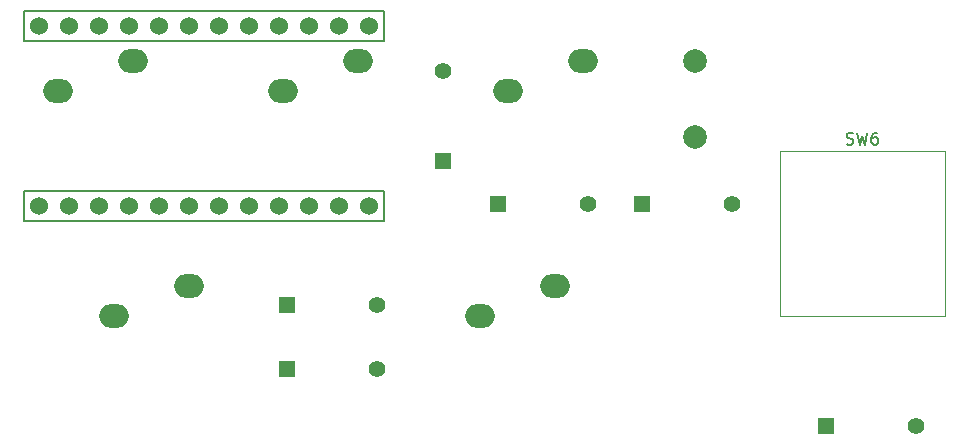
<source format=gto>
G04 #@! TF.GenerationSoftware,KiCad,Pcbnew,(7.0.0)*
G04 #@! TF.CreationDate,2023-09-07T17:01:30+09:00*
G04 #@! TF.ProjectId,iso6,69736f36-2e6b-4696-9361-645f70636258,rev?*
G04 #@! TF.SameCoordinates,Original*
G04 #@! TF.FileFunction,Legend,Top*
G04 #@! TF.FilePolarity,Positive*
%FSLAX46Y46*%
G04 Gerber Fmt 4.6, Leading zero omitted, Abs format (unit mm)*
G04 Created by KiCad (PCBNEW (7.0.0)) date 2023-09-07 17:01:30*
%MOMM*%
%LPD*%
G01*
G04 APERTURE LIST*
%ADD10C,0.150000*%
%ADD11C,0.120000*%
%ADD12R,1.397000X1.397000*%
%ADD13C,1.397000*%
%ADD14C,2.000000*%
%ADD15C,1.524000*%
%ADD16O,2.500000X2.000000*%
G04 APERTURE END LIST*
D10*
X119966667Y-47545761D02*
X120109524Y-47593380D01*
X120109524Y-47593380D02*
X120347619Y-47593380D01*
X120347619Y-47593380D02*
X120442857Y-47545761D01*
X120442857Y-47545761D02*
X120490476Y-47498142D01*
X120490476Y-47498142D02*
X120538095Y-47402904D01*
X120538095Y-47402904D02*
X120538095Y-47307666D01*
X120538095Y-47307666D02*
X120490476Y-47212428D01*
X120490476Y-47212428D02*
X120442857Y-47164809D01*
X120442857Y-47164809D02*
X120347619Y-47117190D01*
X120347619Y-47117190D02*
X120157143Y-47069571D01*
X120157143Y-47069571D02*
X120061905Y-47021952D01*
X120061905Y-47021952D02*
X120014286Y-46974333D01*
X120014286Y-46974333D02*
X119966667Y-46879095D01*
X119966667Y-46879095D02*
X119966667Y-46783857D01*
X119966667Y-46783857D02*
X120014286Y-46688619D01*
X120014286Y-46688619D02*
X120061905Y-46641000D01*
X120061905Y-46641000D02*
X120157143Y-46593380D01*
X120157143Y-46593380D02*
X120395238Y-46593380D01*
X120395238Y-46593380D02*
X120538095Y-46641000D01*
X120871429Y-46593380D02*
X121109524Y-47593380D01*
X121109524Y-47593380D02*
X121300000Y-46879095D01*
X121300000Y-46879095D02*
X121490476Y-47593380D01*
X121490476Y-47593380D02*
X121728572Y-46593380D01*
X122538095Y-46593380D02*
X122347619Y-46593380D01*
X122347619Y-46593380D02*
X122252381Y-46641000D01*
X122252381Y-46641000D02*
X122204762Y-46688619D01*
X122204762Y-46688619D02*
X122109524Y-46831476D01*
X122109524Y-46831476D02*
X122061905Y-47021952D01*
X122061905Y-47021952D02*
X122061905Y-47402904D01*
X122061905Y-47402904D02*
X122109524Y-47498142D01*
X122109524Y-47498142D02*
X122157143Y-47545761D01*
X122157143Y-47545761D02*
X122252381Y-47593380D01*
X122252381Y-47593380D02*
X122442857Y-47593380D01*
X122442857Y-47593380D02*
X122538095Y-47545761D01*
X122538095Y-47545761D02*
X122585714Y-47498142D01*
X122585714Y-47498142D02*
X122633333Y-47402904D01*
X122633333Y-47402904D02*
X122633333Y-47164809D01*
X122633333Y-47164809D02*
X122585714Y-47069571D01*
X122585714Y-47069571D02*
X122538095Y-47021952D01*
X122538095Y-47021952D02*
X122442857Y-46974333D01*
X122442857Y-46974333D02*
X122252381Y-46974333D01*
X122252381Y-46974333D02*
X122157143Y-47021952D01*
X122157143Y-47021952D02*
X122109524Y-47069571D01*
X122109524Y-47069571D02*
X122061905Y-47164809D01*
X50310000Y-54090000D02*
X50310000Y-51550000D01*
X80790000Y-54090000D02*
X50310000Y-54090000D01*
X50310000Y-51550000D02*
X80790000Y-51550000D01*
X80790000Y-51550000D02*
X80790000Y-54090000D01*
X50310000Y-38870000D02*
X50310000Y-36330000D01*
X80790000Y-38870000D02*
X50310000Y-38870000D01*
X50310000Y-36330000D02*
X80790000Y-36330000D01*
X80790000Y-36330000D02*
X80790000Y-38870000D01*
D11*
X114315000Y-48115000D02*
X128285000Y-48115000D01*
X114315000Y-62085000D02*
X114315000Y-48115000D01*
X128285000Y-48115000D02*
X128285000Y-62085000D01*
X128285000Y-62085000D02*
X114315000Y-62085000D01*
D12*
X102614999Y-52599999D03*
D13*
X110235000Y-52600000D03*
D14*
X107156300Y-40481200D03*
X107156300Y-46981200D03*
D15*
X51580000Y-37600000D03*
X54120000Y-37600000D03*
X56660000Y-37600000D03*
X59200000Y-37600000D03*
X61740000Y-37600000D03*
X64280000Y-37600000D03*
X66820000Y-37600000D03*
X69360000Y-37600000D03*
X71900000Y-37600000D03*
X74440000Y-37600000D03*
X76980000Y-37600000D03*
X79520000Y-37600000D03*
X79520000Y-52820000D03*
X76980000Y-52820000D03*
X74440000Y-52820000D03*
X71900000Y-52820000D03*
X69360000Y-52820000D03*
X66820000Y-52820000D03*
X64280000Y-52820000D03*
X61740000Y-52820000D03*
X59200000Y-52820000D03*
X56660000Y-52820000D03*
X54120000Y-52820000D03*
X51580000Y-52820000D03*
D12*
X90414999Y-52599999D03*
D13*
X98035000Y-52600000D03*
D16*
X72231299Y-43021199D03*
X78581299Y-40481199D03*
X88899999Y-62071199D03*
X95249999Y-59531199D03*
X57943799Y-62071199D03*
X64293799Y-59531199D03*
D12*
X72614999Y-61199999D03*
D13*
X80235000Y-61200000D03*
D12*
X118239999Y-71437499D03*
D13*
X125860000Y-71437500D03*
D12*
X72599999Y-66599999D03*
D13*
X80220000Y-66600000D03*
D12*
X85799999Y-48984999D03*
D13*
X85800000Y-41365000D03*
D16*
X53181299Y-43021199D03*
X59531299Y-40481199D03*
X91289999Y-43019999D03*
X97639999Y-40479999D03*
M02*

</source>
